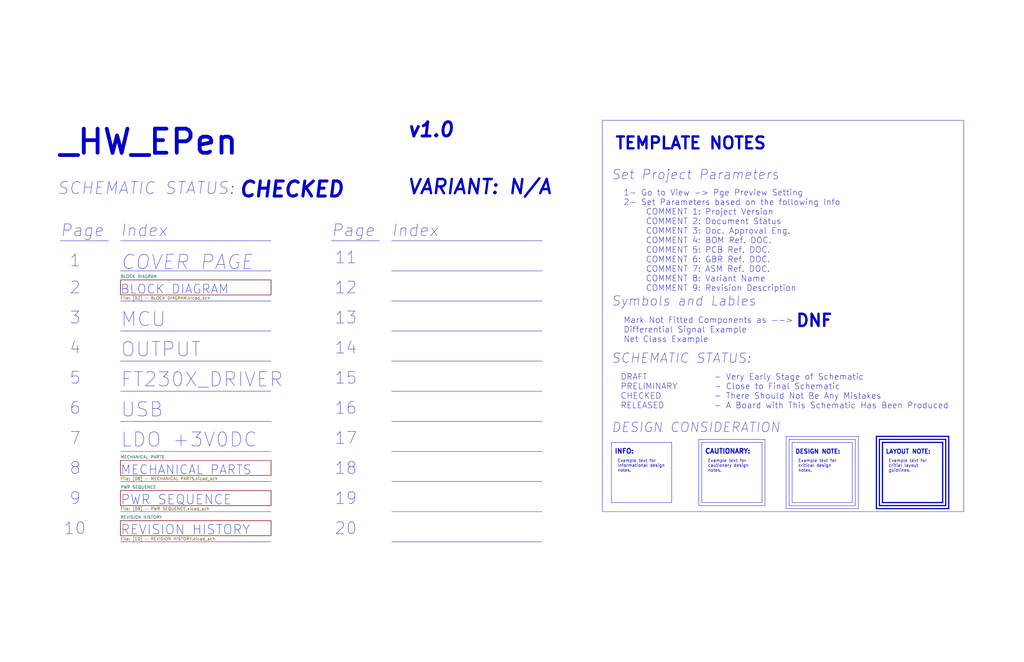
<source format=kicad_sch>
(kicad_sch (version 20230121) (generator eeschema)
  (paper "B")
  (title_block (title "_HW_EPen") (rev "v1.0") (company "mend0z0") (comment 1 "v1.0") (comment 2 "CHECKED") (comment 3 "Siavash Taher Parvar") (comment 4 "_BOM_EPen.html") (comment 5 "_HW_EPen.pcb") (comment 6 "_GBR_EPen.zip") (comment 7 "_BOM_EPen.html") (comment 8 "N/A") (comment 9 "First Release"))
  (lib_symbols)
  (polyline (pts (xy 322.58 185.42) (xy 322.58 213.36)))
  (polyline (pts (xy 50.8 127) (xy 114.3 127)))
  (polyline (pts (xy 50.8 114.3) (xy 114.3 114.3)))
  (polyline (pts (xy 257.81 186.69) (xy 283.21 186.69)))
  (polyline (pts (xy 332.74 185.42) (xy 360.68 185.42)))
  (polyline (pts (xy 50.8 228.6) (xy 114.3 228.6)))
  (polyline (pts (xy 369.57 214.63) (xy 400.05 214.63)) (stroke (width 0.5)))
  (polyline (pts (xy 165.1 190.5) (xy 228.6 190.5)))
  (polyline (pts (xy 165.1 177.8) (xy 228.6 177.8)))
  (polyline (pts (xy 165.1 114.3) (xy 228.6 114.3)))
  (polyline (pts (xy 360.68 185.42) (xy 360.68 213.36)))
  (polyline (pts (xy 50.8 215.9) (xy 114.3 215.9)))
  (polyline (pts (xy 283.21 212.09) (xy 257.81 212.09)))
  (polyline (pts (xy 370.84 185.42) (xy 370.84 213.36)) (stroke (width 0.5)))
  (polyline (pts (xy 397.51 212.09) (xy 372.11 212.09)) (stroke (width 0.5)))
  (polyline (pts (xy 331.47 184.15) (xy 331.47 214.63)))
  (polyline (pts (xy 139.7 101.6) (xy 160.02 101.6)))
  (polyline (pts (xy 321.31 186.69) (xy 321.31 212.09)))
  (polyline (pts (xy 50.8 165.1) (xy 114.3 165.1)))
  (polyline (pts (xy 400.05 184.15) (xy 400.05 214.63)) (stroke (width 0.5)))
  (polyline (pts (xy 398.78 185.42) (xy 398.78 213.36)) (stroke (width 0.5)))
  (polyline (pts (xy 50.8 203.2) (xy 114.3 203.2)))
  (polyline (pts (xy 360.68 213.36) (xy 332.74 213.36)))
  (polyline (pts (xy 334.01 186.69) (xy 334.01 212.09)))
  (polyline (pts (xy 295.91 186.69) (xy 321.31 186.69)))
  (polyline (pts (xy 372.11 186.69) (xy 397.51 186.69)) (stroke (width 0.5)))
  (polyline (pts (xy 50.8 152.4) (xy 114.3 152.4)))
  (polyline (pts (xy 359.41 186.69) (xy 359.41 212.09)))
  (polyline (pts (xy 372.11 186.69) (xy 372.11 212.09)) (stroke (width 0.5)))
  (polyline (pts (xy 257.81 186.69) (xy 257.81 212.09)))
  (polyline (pts (xy 397.51 186.69) (xy 397.51 212.09)) (stroke (width 0.5)))
  (polyline (pts (xy 165.1 215.9) (xy 228.6 215.9)))
  (polyline (pts (xy 332.74 185.42) (xy 332.74 213.36)))
  (polyline (pts (xy 283.21 186.69) (xy 283.21 212.09)))
  (polyline (pts (xy 294.64 185.42) (xy 322.58 185.42)))
  (polyline (pts (xy 295.91 186.69) (xy 295.91 212.09)))
  (polyline (pts (xy 165.1 228.6) (xy 228.6 228.6)))
  (polyline (pts (xy 331.47 184.15) (xy 361.95 184.15)))
  (polyline (pts (xy 294.64 185.42) (xy 294.64 213.36)))
  (polyline (pts (xy 165.1 152.4) (xy 228.6 152.4)))
  (polyline (pts (xy 165.1 203.2) (xy 228.6 203.2)))
  (polyline (pts (xy 165.1 139.7) (xy 228.6 139.7)))
  (polyline (pts (xy 165.1 101.6) (xy 228.6 101.6)))
  (polyline (pts (xy 361.95 184.15) (xy 361.95 214.63)))
  (polyline (pts (xy 165.1 165.1) (xy 228.6 165.1)))
  (polyline (pts (xy 359.41 212.09) (xy 334.01 212.09)))
  (polyline (pts (xy 50.8 190.5) (xy 114.3 190.5)))
  (polyline (pts (xy 369.57 184.15) (xy 400.05 184.15)) (stroke (width 0.5)))
  (polyline (pts (xy 331.47 214.63) (xy 361.95 214.63)))
  (polyline (pts (xy 321.31 212.09) (xy 295.91 212.09)))
  (polyline (pts (xy 322.58 213.36) (xy 294.64 213.36)))
  (polyline (pts (xy 370.84 185.42) (xy 398.78 185.42)) (stroke (width 0.5)))
  (polyline (pts (xy 369.57 184.15) (xy 369.57 214.63)) (stroke (width 0.5)))
  (polyline (pts (xy 50.8 177.8) (xy 114.3 177.8)))
  (polyline (pts (xy 50.8 139.7) (xy 114.3 139.7)))
  (polyline (pts (xy 25.4 101.6) (xy 45.72 101.6)))
  (polyline (pts (xy 398.78 213.36) (xy 370.84 213.36)) (stroke (width 0.5)))
  (polyline (pts (xy 50.8 101.6) (xy 114.3 101.6)))
  (polyline (pts (xy 165.1 127) (xy 228.6 127)))
  (polyline (pts (xy 334.01 186.69) (xy 359.41 186.69)))
  (rectangle (start 254 50.8) (end 406.4 215.9))
  (text "Symbols and Lables" (at 257.81 129.54 0) (effects (font (size 4 4) italic) (justify left bottom)))
  (text "10" (at 26.67 226.06 0) (effects (font (size 5 5)) (justify left bottom)))
  (text "LAYOUT NOTE:" (at 373.38 191.77 0) (effects (font (size 1.8 1.8) bold) (justify left bottom)))
  (text "MECHANICAL PARTS" (at 50.8 200.66 0) (effects (font (size 3.81 3.81)) (justify left bottom)))
  (text "1" (at 29.21 113.03 0) (effects (font (size 5 5)) (justify left bottom)))
  (text "1- Go to View -> Pge Preview Setting\n2- Set Parameters based on the following Info\n	COMMENT 1: Project Version\n	COMMENT 2: Document Status\n	COMMENT 3: Doc. Approval Eng.\n	COMMENT 4: BOM Ref. DOC.\n	COMMENT 5: PCB Ref. DOC.\n	COMMENT 6: GBR Ref. DOC.\n	COMMENT 7: ASM Ref. DOC.\n	COMMENT 8: Variant Name\n	COMMENT 9: Revision Description " (at 262.89 123.19 0) (effects (font (size 2.5 2.5)) (justify left bottom)))
  (text "18" (at 140.97 200.66 0) (effects (font (size 5 5)) (justify left bottom)))
  (text "Example text for\ncritial layout\nguidlines." (at 374.65 199.39 0) (effects (font (size 1.27 1.27)) (justify left bottom)))
  (text "Index" (at 50.8 100.33 0) (effects (font (size 5 5) italic) (justify left bottom)))
  (text "USB" (at 50.8 176.53 0) (effects (font (size 6 6)) (justify left bottom)))
  (text "DESIGN CONSIDERATION" (at 257.81 182.88 0) (effects (font (size 4 4) italic) (justify left bottom)))
  (text "SCHEMATIC STATUS:" (at 257.81 153.67 0) (effects (font (size 4 4) italic) (justify left bottom)))
  (text "8" (at 29.21 200.66 0) (effects (font (size 5 5)) (justify left bottom)))
  (text "20" (at 140.97 226.06 0) (effects (font (size 5 5)) (justify left bottom)))
  (text "VARIANT: ${COMMENT8}" (at 171.45 82.55 0) (effects (font (size 6 6) (thickness 1) bold italic) (justify left bottom)))
  (text "Example text for\nInformational design\nnotes." (at 260.35 199.39 0) (effects (font (size 1.27 1.27)) (justify left bottom)))
  (text "Example text for\ncritical design \nnotes." (at 336.55 199.39 0) (effects (font (size 1.27 1.27)) (justify left bottom)))
  (text "DRAFT 			- Very Early Stage of Schematic\nPRELIMINARY 	- Close to Final Schematic\nCHECKED 		- There Should Not Be Any Mistakes\nRELEASED 		- A Board with This Schematic Has Been Produced" (at 261.62 172.72 0) (effects (font (size 2.5 2.5)) (justify left bottom)))
  (text "Index" (at 165.1 100.33 0) (effects (font (size 5 5) italic) (justify left bottom)))
  (text "14" (at 140.97 149.86 0) (effects (font (size 5 5)) (justify left bottom)))
  (text "TEMPLATE NOTES" (at 259.08 63.5 0) (effects (font (size 5 5) bold) (justify left bottom)))
  (text "COVER PAGE" (at 50.8 114.3 0) (effects (font (size 6 6) italic) (justify left bottom)))
  (text "INFO:" (at 259.08 191.77 0) (effects (font (size 2 2) (thickness 0.4) bold) (justify left bottom)))
  (text "7" (at 29.21 187.96 0) (effects (font (size 5 5)) (justify left bottom)))
  (text "${REVISION}" (at 171.45 58.42 0) (effects (font (size 6 6) bold italic) (justify left bottom)))
  (text "OUTPUT" (at 50.8 151.13 0) (effects (font (size 6 6)) (justify left bottom)))
  (text "Page" (at 25.4 100.33 0) (effects (font (size 5 5) italic) (justify left bottom)))
  (text "${COMMENT2}" (at 100.33 83.82 0) (effects (font (size 6.35 6.35) (thickness 1.27) bold italic) (justify left bottom)))
  (text "12" (at 140.97 124.46 0) (effects (font (size 5 5)) (justify left bottom)))
  (text "5" (at 29.21 162.56 0) (effects (font (size 5 5)) (justify left bottom)))
  (text "SCHEMATIC STATUS: " (at 24.13 82.55 0) (effects (font (size 5.08 5.08) italic) (justify left bottom)))
  (text "CAUTIONARY:" (at 297.18 191.77 0) (effects (font (size 2 2) bold) (justify left bottom)))
  (text "2\n" (at 29.21 124.46 0) (effects (font (size 5 5)) (justify left bottom)))
  (text "17" (at 140.97 187.96 0) (effects (font (size 5 5)) (justify left bottom)))
  (text "Page" (at 139.7 100.33 0) (effects (font (size 5 5) italic) (justify left bottom)))
  (text "MCU" (at 50.8 138.43 0) (effects (font (size 6 6)) (justify left bottom)))
  (text "13" (at 140.97 137.16 0) (effects (font (size 5 5)) (justify left bottom)))
  (text "DNF" (at 335.28 138.43 0) (effects (font (size 5.08 5.08) (thickness 1.016) bold) (justify left bottom)))
  (text "Mark Not Fitted Components as -->\nDifferential Signal Example\nNet Class Example" (at 262.89 144.78 0) (effects (font (size 2.5 2.5)) (justify left bottom)))
  (text "19" (at 140.97 213.36 0) (effects (font (size 5 5)) (justify left bottom)))
  (text "Set Project Parameters" (at 257.81 76.2 0) (effects (font (size 4 4) italic) (justify left bottom)))
  (text "9" (at 29.21 213.36 0) (effects (font (size 5 5)) (justify left bottom)))
  (text "PWR SEQUENCE" (at 50.8 213.36 0) (effects (font (size 4 4)) (justify left bottom)))
  (text "Example text for\ncautionary design\nnotes." (at 298.45 199.39 0) (effects (font (size 1.27 1.27)) (justify left bottom)))
  (text "6" (at 29.21 175.26 0) (effects (font (size 5 5)) (justify left bottom)))
  (text "15" (at 140.97 162.56 0) (effects (font (size 5 5)) (justify left bottom)))
  (text "LDO +3V0DC" (at 50.8 189.23 0) (effects (font (size 6 6)) (justify left bottom)))
  (text "REVISION HISTORY" (at 50.8 226.06 0) (effects (font (size 4 4)) (justify left bottom)))
  (text "11" (at 140.97 111.76 0) (effects (font (size 5 5)) (justify left bottom)))
  (text "FT230X_DRIVER" (at 50.8 163.83 0) (effects (font (size 6 6)) (justify left bottom)))
  (text "16" (at 140.97 175.26 0) (effects (font (size 5 5)) (justify left bottom)))
  (text "BLOCK DIAGRAM" (at 50.8 124.46 0) (effects (font (size 3.81 3.81)) (justify left bottom)))
  (text "3" (at 29.21 137.16 0) (effects (font (size 5 5)) (justify left bottom)))
  (text "${TITLE}" (at 24.13 66.04 0) (effects (font (size 10.16 10.16) (thickness 1.6) bold) (justify left bottom)))
  (text "${ISSUE_DATE}" (at 171.45 69.85 0) (effects (font (size 6 6) bold) (justify left bottom)))
  (text "DESIGN NOTE:" (at 335.28 191.77 0) (effects (font (size 1.8 1.8) bold) (justify left bottom)))
  (text "4" (at 29.21 149.86 0) (effects (font (size 5 5)) (justify left bottom)))
  (sheet (at 50.8 194.31) (size 63.5 6.35) (stroke (width 0.1524))
    (property "Sheetname" "MECHANICAL PARTS" (at 50.8 193.5984 0) (effects (justify left bottom)))
    (property "Sheetfile" "[08] - MECHANICAL PARTS.kicad_sch" (at 50.8 201.2446 0) (effects (justify left top)))
  )
  (sheet (at 50.8 207.01) (size 63.5 6.35) (stroke (width 0.1524))
    (property "Sheetname" "PWR SEQUENCE" (at 50.8 206.2984 0) (effects (justify left bottom)))
    (property "Sheetfile" "[09] - PWR SEQUENCE.kicad_sch" (at 50.8 213.9446 0) (effects (justify left top)))
  )
  (sheet (at 50.8 118.11) (size 63.5 6.35) (stroke (width 0.1524))
    (property "Sheetname" "BLOCK DIAGRAM" (at 50.8 117.3984 0) (effects (justify left bottom)))
    (property "Sheetfile" "[02] - BLOCK DIAGRAM.kicad_sch" (at 50.8 125.0446 0) (effects (justify left top)))
  )
  (sheet (at 50.8 219.71) (size 63.5 6.35) (stroke (width 0.1524))
    (property "Sheetname" "REVISION HISTORY" (at 50.8 218.9984 0) (effects (justify left bottom)))
    (property "Sheetfile" "[10] - REVISION HISTORY.kicad_sch" (at 50.8 226.6446 0) (effects (justify left top)))
  )
)
</source>
